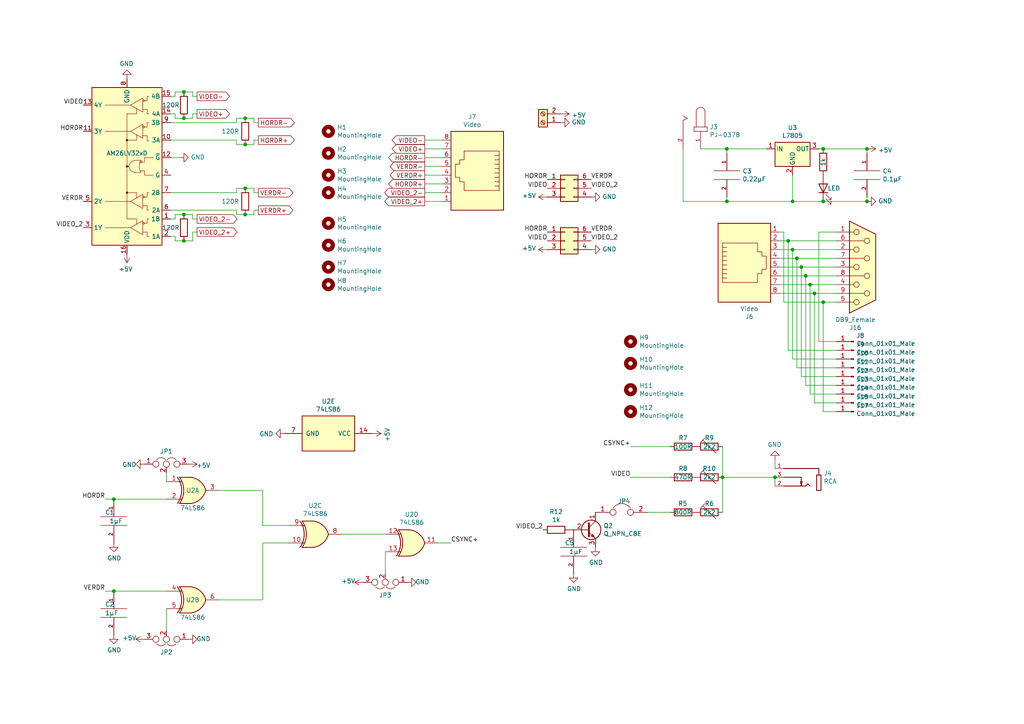
<source format=kicad_sch>
(kicad_sch (version 20231120) (generator "eeschema") (generator_version "8.0")
  (paper "A4")
  (lib_symbols
    (symbol "74xx:74LS86" (pin_names (offset 1.016))
      (property "Reference" "U" (at 0 1.27 0))
      (property "Value" "74LS86" (at 0 -1.27 0))
      (symbol "74LS86_1_0"
        (pin input line (at -7.62 2.54 0) (length 4.445) (name "~") (number "1"))
        (pin input line (at -7.62 -2.54 0) (length 4.445) (name "~") (number "2"))
        (pin output line (at 7.62 0 180) (length 3.81) (name "~") (number "3"))
      )
      (symbol "74LS86_2_0"
        (pin input line (at -7.62 2.54 0) (length 4.445) (name "~") (number "4"))
        (pin input line (at -7.62 -2.54 0) (length 4.445) (name "~") (number "5"))
        (pin output line (at 7.62 0 180) (length 3.81) (name "~") (number "6"))
      )
      (symbol "74LS86_3_0"
        (pin input line (at -7.62 -2.54 0) (length 4.445) (name "~") (number "10"))
        (pin output line (at 7.62 0 180) (length 3.81) (name "~") (number "8"))
        (pin input line (at -7.62 2.54 0) (length 4.445) (name "~") (number "9"))
      )
      (symbol "74LS86_4_0"
        (pin output line (at 7.62 0 180) (length 3.81) (name "~") (number "11"))
        (pin input line (at -7.62 2.54 0) (length 4.445) (name "~") (number "12"))
        (pin input line (at -7.62 -2.54 0) (length 4.445) (name "~") (number "13"))
      )
      (symbol "74LS86_5_0"
        (pin power_in line (at 0 12.7 270) (length 5.08) (name "VCC") (number "14"))
        (pin power_in line (at 0 -12.7 90) (length 5.08) (name "GND") (number "7"))
      )
    )
    (symbol "AWS_Composite_Adapter-rescue:+5V-power" (power) (pin_names (offset 0))
      (property "Value" "power_+5V" (at 0 3.556 0))
      (symbol "+5V-power_1_1"
        (pin power_in line (at 0 0 90) (length 0) hide (name "+5V") (number "1"))
      )
    )
    (symbol "AWS_Composite_Adapter-rescue:CAP-pspice" (pin_names (offset 0.254))
      (property "Reference" "C" (at 2.54 3.81 90))
      (property "Value" "pspice_CAP" (at 2.54 -3.81 90))
      (symbol "CAP-pspice_1_1"
        (pin passive line (at 0 6.35 270) (length 5.08) (name "~") (number "1"))
        (pin passive line (at 0 -6.35 90) (length 5.08) (name "~") (number "2"))
      )
    )
    (symbol "AWS_Composite_Adapter-rescue:Conn_01x01_Male-Connector" (pin_names (offset 1.016) hide)
      (property "Reference" "J" (at 0 2.54 0))
      (property "Value" "Connector_Conn_01x01_Male" (at 0 -2.54 0))
      (symbol "Conn_01x01_Male-Connector_1_1"
        (pin passive line (at 5.08 0 180) (length 3.81) (name "Pin_1") (number "1"))
      )
    )
    (symbol "AWS_Composite_Adapter-rescue:DB9_Female-Connector" (pin_names (offset 1.016) hide)
      (property "Reference" "J" (at 0 13.97 0))
      (property "Value" "Connector_DB9_Female" (at 0 -14.605 0))
      (symbol "DB9_Female-Connector_1_1"
        (pin passive line (at -7.62 10.16 0) (length 3.81) (name "1") (number "1"))
        (pin passive line (at -7.62 5.08 0) (length 3.81) (name "2") (number "2"))
        (pin passive line (at -7.62 0 0) (length 3.81) (name "3") (number "3"))
        (pin passive line (at -7.62 -5.08 0) (length 3.81) (name "4") (number "4"))
        (pin passive line (at -7.62 -10.16 0) (length 3.81) (name "5") (number "5"))
        (pin passive line (at -7.62 7.62 0) (length 3.81) (name "6") (number "6"))
        (pin passive line (at -7.62 2.54 0) (length 3.81) (name "7") (number "7"))
        (pin passive line (at -7.62 -2.54 0) (length 3.81) (name "8") (number "8"))
        (pin passive line (at -7.62 -7.62 0) (length 3.81) (name "9") (number "9"))
      )
    )
    (symbol "AWS_Composite_Adapter-rescue:GND-power" (power) (pin_names (offset 0))
      (property "Value" "power_GND" (at 0 -3.81 0))
      (symbol "GND-power_1_1"
        (pin power_in line (at 0 0 270) (length 0) hide (name "GND") (number "1"))
      )
    )
    (symbol "AWS_Composite_Adapter-rescue:Jumper-Device" (pin_names (offset 0.762) hide)
      (property "Reference" "JP" (at 0 3.81 0))
      (property "Value" "Device_Jumper" (at 0 -2.032 0))
      (symbol "Jumper-Device_0_1"
        (pin passive line (at -7.62 0 0) (length 4.191) (name "1") (number "1"))
        (pin passive line (at 7.62 0 180) (length 4.191) (name "2") (number "2"))
      )
    )
    (symbol "AWS_Composite_Adapter-rescue:Jumper_NC_Dual-Device" (pin_names (offset 0.762) hide)
      (property "Reference" "JP" (at 1.27 -2.54 0))
      (property "Value" "Device_Jumper_NC_Dual" (at 0 2.54 0))
      (symbol "Jumper_NC_Dual-Device_0_1"
        (pin passive line (at -6.35 0 0) (length 2.413) (name "1") (number "1"))
        (pin passive line (at 0 -2.54 90) (length 1.524) (name "2") (number "2"))
        (pin passive line (at 6.35 0 180) (length 2.413) (name "3") (number "3"))
      )
    )
    (symbol "AWS_Composite_Adapter-rescue:RTRIM-Device" (pin_numbers hide) (pin_names (offset 0))
      (property "Reference" "R" (at 2.54 -2.54 90))
      (property "Value" "Device_RTRIM" (at -2.54 -0.635 90))
      (symbol "RTRIM-Device_1_1"
        (pin passive line (at 0 3.81 270) (length 1.27) (name "~") (number "1"))
        (pin passive line (at 0 -3.81 90) (length 1.27) (name "~") (number "2"))
      )
    )
    (symbol "Connector:RJ45" (pin_names (offset 1.016))
      (property "Reference" "J" (at -5.08 13.97 0))
      (property "Value" "RJ45" (at 2.54 13.97 0))
      (symbol "RJ45_1_1"
        (pin passive line (at 10.16 -7.62 180) (length 2.54) (name "~") (number "1"))
        (pin passive line (at 10.16 -5.08 180) (length 2.54) (name "~") (number "2"))
        (pin passive line (at 10.16 -2.54 180) (length 2.54) (name "~") (number "3"))
        (pin passive line (at 10.16 0 180) (length 2.54) (name "~") (number "4"))
        (pin passive line (at 10.16 2.54 180) (length 2.54) (name "~") (number "5"))
        (pin passive line (at 10.16 5.08 180) (length 2.54) (name "~") (number "6"))
        (pin passive line (at 10.16 7.62 180) (length 2.54) (name "~") (number "7"))
        (pin passive line (at 10.16 10.16 180) (length 2.54) (name "~") (number "8"))
      )
    )
    (symbol "Connector:Screw_Terminal_01x02" (pin_names (offset 1.016) hide)
      (property "Reference" "J" (at 0 2.54 0))
      (property "Value" "Screw_Terminal_01x02" (at 0 -5.08 0))
      (symbol "Screw_Terminal_01x02_1_1"
        (pin passive line (at -5.08 0 0) (length 3.81) (name "Pin_1") (number "1"))
        (pin passive line (at -5.08 -2.54 0) (length 3.81) (name "Pin_2") (number "2"))
      )
    )
    (symbol "Connector_Generic:Conn_02x03_Counter_Clockwise" (pin_names (offset 1.016) hide)
      (property "Reference" "J" (at 1.27 5.08 0))
      (property "Value" "Conn_02x03_Counter_Clockwise" (at 1.27 -5.08 0))
      (symbol "Conn_02x03_Counter_Clockwise_1_1"
        (pin passive line (at -5.08 2.54 0) (length 3.81) (name "Pin_1") (number "1"))
        (pin passive line (at -5.08 0 0) (length 3.81) (name "Pin_2") (number "2"))
        (pin passive line (at -5.08 -2.54 0) (length 3.81) (name "Pin_3") (number "3"))
        (pin passive line (at 7.62 -2.54 180) (length 3.81) (name "Pin_4") (number "4"))
        (pin passive line (at 7.62 0 180) (length 3.81) (name "Pin_5") (number "5"))
        (pin passive line (at 7.62 2.54 180) (length 3.81) (name "Pin_6") (number "6"))
      )
    )
    (symbol "DC_JACK_PJ-037B.:PJ-037B" (pin_names (offset 1.016) hide)
      (property "Reference" "J" (at -7.62 5.08 0))
      (property "Value" "PJ-037B" (at -7.62 -5.08 0))
      (symbol "PJ-037B_0_0"
        (pin passive line (at 5.08 2.54 180) (length 5.08) (name "~") (number "1"))
        (pin passive line (at 5.08 -2.54 180) (length 5.08) (name "~") (number "2"))
      )
    )
    (symbol "Device:LED" (pin_numbers hide) (pin_names (offset 1.016) hide)
      (property "Reference" "D" (at 0 2.54 0))
      (property "Value" "LED" (at 0 -2.54 0))
      (symbol "LED_1_1"
        (pin passive line (at -3.81 0 0) (length 2.54) (name "K") (number "1"))
        (pin passive line (at 3.81 0 180) (length 2.54) (name "A") (number "2"))
      )
    )
    (symbol "Device:Q_NPN_CBE" (pin_names (offset 0) hide)
      (property "Reference" "Q" (at 5.08 1.27 0))
      (property "Value" "Q_NPN_CBE" (at 5.08 -1.27 0))
      (symbol "Q_NPN_CBE_1_1"
        (pin passive line (at 2.54 5.08 270) (length 2.54) (name "C") (number "1"))
        (pin input line (at -5.08 0 0) (length 5.715) (name "B") (number "2"))
        (pin passive line (at 2.54 -5.08 90) (length 2.54) (name "E") (number "3"))
      )
    )
    (symbol "Device:R" (pin_numbers hide) (pin_names (offset 0))
      (property "Reference" "R" (at 2.032 0 90))
      (property "Value" "R" (at 0 0 90))
      (symbol "R_1_1"
        (pin passive line (at 0 3.81 270) (length 1.27) (name "~") (number "1"))
        (pin passive line (at 0 -3.81 90) (length 1.27) (name "~") (number "2"))
      )
    )
    (symbol "Interface:AM26LV32xD"
      (property "Reference" "U" (at -8.89 24.13 0))
      (property "Value" "AM26LV32xD" (at 10.16 24.13 0))
      (symbol "AM26LV32xD_1_1"
        (pin input line (at -12.7 15.24 0) (length 2.54) (name "1B") (number "1"))
        (pin input line (at -12.7 -7.62 0) (length 2.54) (name "3A") (number "10"))
        (pin tri_state line (at 12.7 -10.16 180) (length 2.54) (name "3Y") (number "11"))
        (pin input line (at -12.7 -2.54 0) (length 2.54) (name "~{G}") (number "12"))
        (pin tri_state line (at 12.7 -17.78 180) (length 2.54) (name "4Y") (number "13"))
        (pin input line (at -12.7 -15.24 0) (length 2.54) (name "4A") (number "14"))
        (pin input line (at -12.7 -20.32 0) (length 2.54) (name "4B") (number "15"))
        (pin power_in line (at 0 25.4 270) (length 2.54) (name "VDD") (number "16"))
        (pin input line (at -12.7 20.32 0) (length 2.54) (name "1A") (number "2"))
        (pin tri_state line (at 12.7 17.78 180) (length 2.54) (name "1Y") (number "3"))
        (pin input line (at -12.7 2.54 0) (length 2.54) (name "G") (number "4"))
        (pin tri_state line (at 12.7 10.16 180) (length 2.54) (name "2Y") (number "5"))
        (pin input line (at -12.7 12.7 0) (length 2.54) (name "2A") (number "6"))
        (pin input line (at -12.7 7.62 0) (length 2.54) (name "2B") (number "7"))
        (pin power_in line (at 0 -25.4 90) (length 2.54) (name "GND") (number "8"))
        (pin input line (at -12.7 -12.7 0) (length 2.54) (name "3B") (number "9"))
      )
    )
    (symbol "Mechanical:MountingHole" (pin_names (offset 1.016)) (exclude_from_sim yes) (in_bom no)
      (property "Reference" "H" (at 0 5.08 0))
      (property "Value" "MountingHole" (at 0 3.175 0))
    )
    (symbol "RCA_Jack:PJRAN1X1U04X" (pin_names (offset 1.016) hide)
      (property "Reference" "J" (at -5.08 5.08 0))
      (property "Value" "PJRAN1X1U04X" (at -5.08 -6.35 0))
      (symbol "PJRAN1X1U04X_0_0"
        (pin passive line (at 7.62 -2.54 180) (length 2.54) (name "~") (number "1"))
        (pin passive line (at 7.62 2.54 180) (length 2.54) (name "~") (number "2"))
        (pin passive line (at 7.62 0 180) (length 2.54) (name "~") (number "3"))
      )
    )
    (symbol "Regulator_Linear:L7805" (pin_names (offset 0.254))
      (property "Reference" "U" (at -3.81 3.175 0))
      (property "Value" "L7805" (at 0 3.175 0))
      (symbol "L7805_1_1"
        (pin power_in line (at -7.62 0 0) (length 2.54) (name "IN") (number "1"))
        (pin power_in line (at 0 -7.62 90) (length 2.54) (name "GND") (number "2"))
        (pin power_out line (at 7.62 0 180) (length 2.54) (name "OUT") (number "3"))
      )
    )
  )
  (junction (at 238.76 58.42))
  (junction (at 233.68 80.01))
  (junction (at 53.34 62.23))
  (junction (at 71.12 41.91))
  (junction (at 33.02 144.78))
  (junction (at 210.82 43.18))
  (junction (at 228.6 69.85))
  (junction (at 236.22 85.09))
  (junction (at 224.79 138.43))
  (junction (at 251.46 43.18))
  (junction (at 71.12 34.29))
  (junction (at 71.12 54.61))
  (junction (at 71.12 62.23))
  (junction (at 238.76 43.18))
  (junction (at 209.55 138.43))
  (junction (at 234.95 82.55))
  (junction (at 231.14 74.93))
  (junction (at 53.34 26.67))
  (junction (at 53.34 34.29))
  (junction (at 229.87 72.39))
  (junction (at 229.87 58.42))
  (junction (at 33.02 171.45))
  (junction (at 210.82 58.42))
  (junction (at 53.34 69.85))
  (junction (at 251.46 58.42))
  (junction (at 232.41 77.47))
  (junction (at 238.76 87.63))
  (wire (pts (xy 48.26 137.16) (xy 48.26 139.7)))
  (wire (pts (xy 53.34 62.23) (xy 55.88 62.23)))
  (wire (pts (xy 236.22 85.09) (xy 236.22 116.84)))
  (wire (pts (xy 55.88 67.31) (xy 57.15 67.31)))
  (wire (pts (xy 229.87 104.14) (xy 242.57 104.14)))
  (wire (pts (xy 30.48 144.78) (xy 33.02 144.78)))
  (wire (pts (xy 55.88 63.5) (xy 57.15 63.5)))
  (wire (pts (xy 234.95 82.55) (xy 234.95 114.3)))
  (wire (pts (xy 33.02 171.45) (xy 48.26 171.45)))
  (wire (pts (xy 33.02 144.78) (xy 48.26 144.78)))
  (wire (pts (xy 73.66 41.91) (xy 73.66 40.64)))
  (wire (pts (xy 68.58 40.64) (xy 68.58 41.91)))
  (wire (pts (xy 50.8 68.58) (xy 50.8 69.85)))
  (wire (pts (xy 55.88 62.23) (xy 55.88 63.5)))
  (wire (pts (xy 128.27 45.72) (xy 123.19 45.72)))
  (wire (pts (xy 99.06 154.94) (xy 111.76 154.94)))
  (wire (pts (xy 68.58 54.61) (xy 71.12 54.61)))
  (wire (pts (xy 242.57 99.06) (xy 237.49 99.06)))
  (wire (pts (xy 68.58 34.29) (xy 71.12 34.29)))
  (wire (pts (xy 49.53 68.58) (xy 50.8 68.58)))
  (wire (pts (xy 73.66 55.88) (xy 74.93 55.88)))
  (wire (pts (xy 53.34 34.29) (xy 55.88 34.29)))
  (wire (pts (xy 30.48 171.45) (xy 33.02 171.45)))
  (wire (pts (xy 231.14 74.93) (xy 231.14 106.68)))
  (wire (pts (xy 71.12 54.61) (xy 73.66 54.61)))
  (wire (pts (xy 128.27 53.34) (xy 123.19 53.34)))
  (wire (pts (xy 226.06 72.39) (xy 229.87 72.39)))
  (wire (pts (xy 238.76 43.18) (xy 251.46 43.18)))
  (wire (pts (xy 231.14 106.68) (xy 242.57 106.68)))
  (wire (pts (xy 128.27 50.8) (xy 123.19 50.8)))
  (wire (pts (xy 182.88 138.43) (xy 194.31 138.43)))
  (wire (pts (xy 233.68 80.01) (xy 233.68 111.76)))
  (wire (pts (xy 229.87 72.39) (xy 229.87 104.14)))
  (wire (pts (xy 251.46 43.18) (xy 251.46 44.45)))
  (wire (pts (xy 209.55 138.43) (xy 209.55 129.54)))
  (wire (pts (xy 226.06 80.01) (xy 233.68 80.01)))
  (wire (pts (xy 50.8 63.5) (xy 50.8 62.23)))
  (wire (pts (xy 49.53 63.5) (xy 50.8 63.5)))
  (wire (pts (xy 210.82 57.15) (xy 210.82 58.42)))
  (wire (pts (xy 194.31 148.59) (xy 187.96 148.59)))
  (wire (pts (xy 229.87 58.42) (xy 238.76 58.42)))
  (wire (pts (xy 238.76 119.38) (xy 242.57 119.38)))
  (wire (pts (xy 210.82 43.18) (xy 210.82 44.45)))
  (wire (pts (xy 237.49 43.18) (xy 238.76 43.18)))
  (wire (pts (xy 76.2 173.99) (xy 76.2 157.48)))
  (wire (pts (xy 50.8 26.67) (xy 53.34 26.67)))
  (wire (pts (xy 55.88 26.67) (xy 55.88 27.94)))
  (wire (pts (xy 229.87 50.8) (xy 229.87 58.42)))
  (wire (pts (xy 227.33 87.63) (xy 238.76 87.63)))
  (wire (pts (xy 128.27 55.88) (xy 123.19 55.88)))
  (wire (pts (xy 224.79 133.35) (xy 224.79 135.89)))
  (wire (pts (xy 251.46 58.42) (xy 251.46 57.15)))
  (wire (pts (xy 50.8 33.02) (xy 50.8 34.29)))
  (wire (pts (xy 236.22 85.09) (xy 242.57 85.09)))
  (wire (pts (xy 71.12 62.23) (xy 73.66 62.23)))
  (wire (pts (xy 68.58 55.88) (xy 68.58 54.61)))
  (wire (pts (xy 68.58 35.56) (xy 68.58 34.29)))
  (wire (pts (xy 238.76 87.63) (xy 238.76 119.38)))
  (wire (pts (xy 50.8 34.29) (xy 53.34 34.29)))
  (wire (pts (xy 238.76 58.42) (xy 251.46 58.42)))
  (wire (pts (xy 53.34 26.67) (xy 55.88 26.67)))
  (wire (pts (xy 76.2 142.24) (xy 76.2 152.4)))
  (wire (pts (xy 73.66 34.29) (xy 73.66 35.56)))
  (wire (pts (xy 127 157.48) (xy 130.81 157.48)))
  (wire (pts (xy 49.53 40.64) (xy 68.58 40.64)))
  (wire (pts (xy 71.12 34.29) (xy 73.66 34.29)))
  (wire (pts (xy 128.27 40.64) (xy 123.19 40.64)))
  (wire (pts (xy 228.6 101.6) (xy 242.57 101.6)))
  (wire (pts (xy 73.66 62.23) (xy 73.66 60.96)))
  (wire (pts (xy 203.2 43.18) (xy 210.82 43.18)))
  (wire (pts (xy 63.5 142.24) (xy 76.2 142.24)))
  (wire (pts (xy 232.41 109.22) (xy 242.57 109.22)))
  (wire (pts (xy 49.53 27.94) (xy 50.8 27.94)))
  (wire (pts (xy 226.06 82.55) (xy 234.95 82.55)))
  (wire (pts (xy 209.55 138.43) (xy 224.79 138.43)))
  (wire (pts (xy 48.26 176.53) (xy 48.26 182.88)))
  (wire (pts (xy 71.12 41.91) (xy 73.66 41.91)))
  (wire (pts (xy 198.12 43.18) (xy 198.12 58.42)))
  (wire (pts (xy 63.5 173.99) (xy 76.2 173.99)))
  (wire (pts (xy 73.66 35.56) (xy 74.93 35.56)))
  (wire (pts (xy 227.33 67.31) (xy 227.33 87.63)))
  (wire (pts (xy 53.34 69.85) (xy 55.88 69.85)))
  (wire (pts (xy 49.53 60.96) (xy 68.58 60.96)))
  (wire (pts (xy 55.88 33.02) (xy 57.15 33.02)))
  (wire (pts (xy 209.55 138.43) (xy 209.55 148.59)))
  (wire (pts (xy 55.88 34.29) (xy 55.88 33.02)))
  (wire (pts (xy 237.49 67.31) (xy 242.57 67.31)))
  (wire (pts (xy 73.66 40.64) (xy 74.93 40.64)))
  (wire (pts (xy 55.88 69.85) (xy 55.88 67.31)))
  (wire (pts (xy 49.53 33.02) (xy 50.8 33.02)))
  (wire (pts (xy 232.41 77.47) (xy 232.41 109.22)))
  (wire (pts (xy 210.82 43.18) (xy 222.25 43.18)))
  (wire (pts (xy 49.53 55.88) (xy 68.58 55.88)))
  (wire (pts (xy 194.31 129.54) (xy 182.88 129.54)))
  (wire (pts (xy 49.53 35.56) (xy 68.58 35.56)))
  (wire (pts (xy 226.06 67.31) (xy 227.33 67.31)))
  (wire (pts (xy 128.27 58.42) (xy 123.19 58.42)))
  (wire (pts (xy 228.6 69.85) (xy 242.57 69.85)))
  (wire (pts (xy 226.06 74.93) (xy 231.14 74.93)))
  (wire (pts (xy 234.95 114.3) (xy 242.57 114.3)))
  (wire (pts (xy 210.82 58.42) (xy 229.87 58.42)))
  (wire (pts (xy 55.88 27.94) (xy 57.15 27.94)))
  (wire (pts (xy 226.06 69.85) (xy 228.6 69.85)))
  (wire (pts (xy 128.27 43.18) (xy 123.19 43.18)))
  (wire (pts (xy 68.58 41.91) (xy 71.12 41.91)))
  (wire (pts (xy 128.27 48.26) (xy 123.19 48.26)))
  (wire (pts (xy 232.41 77.47) (xy 242.57 77.47)))
  (wire (pts (xy 68.58 60.96) (xy 68.58 62.23)))
  (wire (pts (xy 233.68 80.01) (xy 242.57 80.01)))
  (wire (pts (xy 76.2 152.4) (xy 83.82 152.4)))
  (wire (pts (xy 233.68 111.76) (xy 242.57 111.76)))
  (wire (pts (xy 52.07 45.72) (xy 49.53 45.72)))
  (wire (pts (xy 238.76 87.63) (xy 242.57 87.63)))
  (wire (pts (xy 76.2 157.48) (xy 83.82 157.48)))
  (wire (pts (xy 50.8 62.23) (xy 53.34 62.23)))
  (wire (pts (xy 237.49 99.06) (xy 237.49 67.31)))
  (wire (pts (xy 231.14 74.93) (xy 242.57 74.93)))
  (wire (pts (xy 73.66 54.61) (xy 73.66 55.88)))
  (wire (pts (xy 228.6 69.85) (xy 228.6 101.6)))
  (wire (pts (xy 234.95 82.55) (xy 242.57 82.55)))
  (wire (pts (xy 50.8 69.85) (xy 53.34 69.85)))
  (wire (pts (xy 236.22 116.84) (xy 242.57 116.84)))
  (wire (pts (xy 111.76 160.02) (xy 111.76 166.37)))
  (wire (pts (xy 226.06 85.09) (xy 236.22 85.09)))
  (wire (pts (xy 198.12 58.42) (xy 210.82 58.42)))
  (wire (pts (xy 68.58 62.23) (xy 71.12 62.23)))
  (wire (pts (xy 50.8 27.94) (xy 50.8 26.67)))
  (wire (pts (xy 229.87 72.39) (xy 242.57 72.39)))
  (wire (pts (xy 73.66 60.96) (xy 74.93 60.96)))
  (wire (pts (xy 226.06 77.47) (xy 232.41 77.47)))
  (wire (pts (xy 224.79 138.43) (xy 224.79 140.97)))
  (label "VIDEO_2" (at 157.48 153.67 180))
  (label "VIDEO" (at 158.75 54.61 180))
  (label "VERDR" (at 24.13 58.42 180))
  (label "VIDEO" (at 158.75 69.85 180))
  (label "VIDEO_2" (at 171.45 54.61 0))
  (label "VERDR" (at 171.45 52.07 0))
  (label "VIDEO" (at 24.13 30.48 180))
  (label "HORDR" (at 24.13 38.1 180))
  (label "HORDR" (at 30.48 144.78 180))
  (label "VIDEO_2" (at 171.45 69.85 0))
  (label "CSYNC+" (at 182.88 129.54 180))
  (label "CSYNC+" (at 130.81 157.48 0))
  (label "VERDR" (at 171.45 67.31 0))
  (label "VERDR" (at 30.48 171.45 180))
  (label "VIDEO_2" (at 24.13 66.04 180))
  (label "HORDR" (at 158.75 52.07 180))
  (label "VIDEO" (at 182.88 138.43 180))
  (label "HORDR" (at 158.75 67.31 180))
  (global_label "VERDR-" (shape output) (at 74.93 55.88 0) (property "Intersheetrefs" "${INTERSHEET_REFS}" (effects (hide yes))))
  (global_label "HORDR+" (shape output) (at 123.19 53.34 180) (property "Intersheetrefs" "${INTERSHEET_REFS}" (effects (hide yes))))
  (global_label "VIDEO-" (shape output) (at 123.19 40.64 180) (property "Intersheetrefs" "${INTERSHEET_REFS}" (effects (hide yes))))
  (global_label "HORDR-" (shape output) (at 123.19 45.72 180) (property "Intersheetrefs" "${INTERSHEET_REFS}" (effects (hide yes))))
  (global_label "VIDEO_2-" (shape output) (at 57.15 63.5 0) (property "Intersheetrefs" "${INTERSHEET_REFS}" (effects (hide yes))))
  (global_label "VIDEO-" (shape output) (at 57.15 27.94 0) (property "Intersheetrefs" "${INTERSHEET_REFS}" (effects (hide yes))))
  (global_label "HORDR+" (shape output) (at 74.93 40.64 0) (property "Intersheetrefs" "${INTERSHEET_REFS}" (effects (hide yes))))
  (global_label "VIDEO+" (shape output) (at 57.15 33.02 0) (property "Intersheetrefs" "${INTERSHEET_REFS}" (effects (hide yes))))
  (global_label "VERDR+" (shape output) (at 123.19 50.8 180) (property "Intersheetrefs" "${INTERSHEET_REFS}" (effects (hide yes))))
  (global_label "VERDR+" (shape output) (at 74.93 60.96 0) (property "Intersheetrefs" "${INTERSHEET_REFS}" (effects (hide yes))))
  (global_label "VIDEO_2+" (shape output) (at 57.15 67.31 0) (property "Intersheetrefs" "${INTERSHEET_REFS}" (effects (hide yes))))
  (global_label "VIDEO+" (shape output) (at 123.19 43.18 180) (property "Intersheetrefs" "${INTERSHEET_REFS}" (effects (hide yes))))
  (global_label "VERDR-" (shape output) (at 123.19 48.26 180) (property "Intersheetrefs" "${INTERSHEET_REFS}" (effects (hide yes))))
  (global_label "VIDEO_2+" (shape output) (at 123.19 58.42 180) (property "Intersheetrefs" "${INTERSHEET_REFS}" (effects (hide yes))))
  (global_label "VIDEO_2-" (shape output) (at 123.19 55.88 180) (property "Intersheetrefs" "${INTERSHEET_REFS}" (effects (hide yes))))
  (global_label "HORDR-" (shape output) (at 74.93 35.56 0) (property "Intersheetrefs" "${INTERSHEET_REFS}" (effects (hide yes))))
  (symbol (lib_id "Mechanical:MountingHole") (at 95.25 38.1 0) (unit 1)
    (property "Reference" "H1" (at 97.79 36.9316 0) (effects (justify left)))
    (property "Value" "MountingHole" (at 97.79 39.243 0) (effects (justify left)))
    (property "Footprint" "MountingHole:MountingHole_3.2mm_M3" (effects (hide yes)))
  )
  (symbol (lib_id "Mechanical:MountingHole") (at 95.25 44.45 0) (unit 1)
    (property "Reference" "H2" (at 97.79 43.2816 0) (effects (justify left)))
    (property "Value" "MountingHole" (at 97.79 45.593 0) (effects (justify left)))
    (property "Footprint" "MountingHole:MountingHole_3.2mm_M3" (effects (hide yes)))
  )
  (symbol (lib_id "Mechanical:MountingHole") (at 95.25 50.8 0) (unit 1)
    (property "Reference" "H3" (at 97.79 49.6316 0) (effects (justify left)))
    (property "Value" "MountingHole" (at 97.79 51.943 0) (effects (justify left)))
    (property "Footprint" "MountingHole:MountingHole_3.2mm_M3" (effects (hide yes)))
  )
  (symbol (lib_id "Mechanical:MountingHole") (at 95.25 55.88 0) (unit 1)
    (property "Reference" "H4" (at 97.79 54.7116 0) (effects (justify left)))
    (property "Value" "MountingHole" (at 97.79 57.023 0) (effects (justify left)))
    (property "Footprint" "MountingHole:MountingHole_3.2mm_M3" (effects (hide yes)))
  )
  (symbol (lib_id "74xx:74LS86") (at 55.88 142.24 0) (unit 1)
    (property "Reference" "U2" (at 55.88 142.24 0))
    (property "Value" "74LS86" (at 55.88 147.32 0))
    (property "Footprint" "Package_DIP:DIP-14_W7.62mm_LongPads" (effects (hide yes)))
    (property "Datasheet" "74xx/74ls86.pdf" (effects (hide yes)))
  )
  (symbol (lib_id "74xx:74LS86") (at 55.88 173.99 0) (unit 2)
    (property "Reference" "U2" (at 55.88 173.99 0))
    (property "Value" "74LS86" (at 55.88 179.07 0))
    (property "Footprint" "Package_DIP:DIP-14_W7.62mm_LongPads" (effects (hide yes)))
    (property "Datasheet" "74xx/74ls86.pdf" (effects (hide yes)))
  )
  (symbol (lib_id "74xx:74LS86") (at 91.44 154.94 0) (unit 3)
    (property "Reference" "U2" (at 91.44 146.685 0))
    (property "Value" "74LS86" (at 91.44 148.9964 0))
    (property "Footprint" "Package_DIP:DIP-14_W7.62mm_LongPads" (effects (hide yes)))
    (property "Datasheet" "74xx/74ls86.pdf" (effects (hide yes)))
  )
  (symbol (lib_id "74xx:74LS86") (at 119.38 157.48 0) (unit 4)
    (property "Reference" "U2" (at 119.38 149.225 0))
    (property "Value" "74LS86" (at 119.38 151.5364 0))
    (property "Footprint" "Package_DIP:DIP-14_W7.62mm_LongPads" (effects (hide yes)))
    (property "Datasheet" "74xx/74ls86.pdf" (effects (hide yes)))
  )
  (symbol (lib_id "74xx:74LS86") (at 95.25 125.73 270) (unit 5)
    (property "Reference" "U2" (at 95.25 116.4082 90))
    (property "Value" "74LS86" (at 95.25 118.7196 90))
    (property "Footprint" "Package_DIP:DIP-14_W7.62mm_LongPads" (effects (hide yes)))
    (property "Datasheet" "74xx/74ls86.pdf" (effects (hide yes)))
  )
  (symbol (lib_id "AWS_Composite_Adapter-rescue:CAP-pspice") (at 33.02 151.13 0) (unit 1)
    (property "Reference" "C1" (at 30.48 148.59 0) (effects (justify left)))
    (property "Value" "1µF" (at 31.75 151.13 0) (effects (justify left)))
    (property "Footprint" "Capacitor_THT:C_Disc_D3.0mm_W1.6mm_P2.50mm" (effects (hide yes)))
  )
  (symbol (lib_id "AWS_Composite_Adapter-rescue:GND-power") (at 33.02 157.48 0) (unit 1)
    (property "Reference" "#PWR0108" (effects (hide yes)))
    (property "Value" "GND" (at 33.147 161.8742 0))
  )
  (symbol (lib_id "Interface:AM26LV32xD") (at 36.83 48.26 180) (unit 1)
    (property "Reference" "U1" (effects (hide yes)))
    (property "Value" "AM26LV32xD" (at 36.83 44.45 0))
    (property "Footprint" "Package_DIP:DIP-16_W7.62mm_LongPads" (effects (hide yes)))
    (property "Datasheet" "http://www.ti.com/lit/ds/symlink/am26lv32.pdf" (effects (hide yes)))
  )
  (symbol (lib_id "Device:R") (at 53.34 66.04 180) (unit 1)
    (property "Reference" "R2" (effects (hide yes)))
    (property "Value" "120R" (at 52.07 66.04 0) (effects (justify left)))
    (property "Footprint" "Resistor_THT:R_Axial_DIN0204_L3.6mm_D1.6mm_P7.62mm_Horizontal" (effects (hide yes)))
  )
  (symbol (lib_id "Device:R") (at 71.12 58.42 180) (unit 1)
    (property "Reference" "R4" (effects (hide yes)))
    (property "Value" "120R" (at 69.342 58.42 0) (effects (justify left)))
    (property "Footprint" "Resistor_THT:R_Axial_DIN0204_L3.6mm_D1.6mm_P7.62mm_Horizontal" (effects (hide yes)))
  )
  (symbol (lib_id "Device:R") (at 71.12 38.1 180) (unit 1)
    (property "Reference" "R3" (effects (hide yes)))
    (property "Value" "120R" (at 69.342 38.1 0) (effects (justify left)))
    (property "Footprint" "Resistor_THT:R_Axial_DIN0204_L3.6mm_D1.6mm_P7.62mm_Horizontal" (effects (hide yes)))
  )
  (symbol (lib_id "Device:R") (at 53.34 30.48 180) (unit 1)
    (property "Reference" "R1" (effects (hide yes)))
    (property "Value" "120R" (at 52.07 30.48 0) (effects (justify left)))
    (property "Footprint" "Resistor_THT:R_Axial_DIN0204_L3.6mm_D1.6mm_P7.62mm_Horizontal" (effects (hide yes)))
  )
  (symbol (lib_id "Mechanical:MountingHole") (at 95.25 64.77 0) (unit 1)
    (property "Reference" "H5" (at 97.79 63.6016 0) (effects (justify left)))
    (property "Value" "MountingHole" (at 97.79 65.913 0) (effects (justify left)))
    (property "Footprint" "MountingHole:MountingHole_3.2mm_M3" (effects (hide yes)))
  )
  (symbol (lib_id "Mechanical:MountingHole") (at 95.25 71.12 0) (unit 1)
    (property "Reference" "H6" (at 97.79 69.9516 0) (effects (justify left)))
    (property "Value" "MountingHole" (at 97.79 72.263 0) (effects (justify left)))
    (property "Footprint" "MountingHole:MountingHole_3.2mm_M3" (effects (hide yes)))
  )
  (symbol (lib_id "Mechanical:MountingHole") (at 95.25 77.47 0) (unit 1)
    (property "Reference" "H7" (at 97.79 76.3016 0) (effects (justify left)))
    (property "Value" "MountingHole" (at 97.79 78.613 0) (effects (justify left)))
    (property "Footprint" "MountingHole:MountingHole_3.2mm_M3" (effects (hide yes)))
  )
  (symbol (lib_id "Mechanical:MountingHole") (at 95.25 82.55 0) (unit 1)
    (property "Reference" "H8" (at 97.79 81.3816 0) (effects (justify left)))
    (property "Value" "MountingHole" (at 97.79 83.693 0) (effects (justify left)))
    (property "Footprint" "MountingHole:MountingHole_3.2mm_M3" (effects (hide yes)))
  )
  (symbol (lib_id "AWS_Composite_Adapter-rescue:CAP-pspice") (at 33.02 177.8 0) (unit 1)
    (property "Reference" "C2" (at 30.48 175.26 0) (effects (justify left)))
    (property "Value" "1µF" (at 30.48 177.8 0) (effects (justify left)))
    (property "Footprint" "Capacitor_THT:C_Disc_D3.0mm_W1.6mm_P2.50mm" (effects (hide yes)))
  )
  (symbol (lib_id "AWS_Composite_Adapter-rescue:GND-power") (at 33.02 184.15 0) (unit 1)
    (property "Reference" "#PWR0109" (effects (hide yes)))
    (property "Value" "GND" (at 33.147 188.5442 0))
  )
  (symbol (lib_id "Device:R") (at 238.76 46.99 0) (unit 1)
    (property "Reference" "R11" (effects (hide yes)))
    (property "Value" "1k" (at 238.76 48.26 90) (effects (justify left)))
    (property "Footprint" "Resistor_THT:R_Axial_DIN0204_L3.6mm_D1.6mm_P7.62mm_Horizontal" (effects (hide yes)))
  )
  (symbol (lib_id "Device:LED") (at 238.76 54.61 90) (unit 1)
    (property "Reference" "D1" (effects (hide yes)))
    (property "Value" "LED" (at 240.03 54.61 90) (effects (justify right)))
    (property "Footprint" "LED_THT:LED_D3.0mm" (effects (hide yes)))
  )
  (symbol (lib_id "AWS_Composite_Adapter-rescue:GND-power") (at 118.11 168.91 90) (unit 1)
    (property "Reference" "#PWR0112" (effects (hide yes)))
    (property "Value" "GND" (at 122.5042 168.783 90))
  )
  (symbol (lib_id "AWS_Composite_Adapter-rescue:+5V-power") (at 105.41 168.91 90) (unit 1)
    (property "Reference" "#PWR0113" (effects (hide yes)))
    (property "Value" "+5V" (at 101.0158 168.529 90))
  )
  (symbol (lib_id "AWS_Composite_Adapter-rescue:GND-power") (at 82.55 125.73 270) (unit 1)
    (property "Reference" "#PWR0110" (effects (hide yes)))
    (property "Value" "GND" (at 79.2988 125.857 90) (effects (justify right)))
  )
  (symbol (lib_id "AWS_Composite_Adapter-rescue:+5V-power") (at 107.95 125.73 270) (unit 1)
    (property "Reference" "#PWR0111" (effects (hide yes)))
    (property "Value" "+5V" (at 112.3442 126.111 0))
  )
  (symbol (lib_id "AWS_Composite_Adapter-rescue:GND-power") (at 52.07 45.72 90) (unit 1)
    (property "Reference" "#PWR0101" (effects (hide yes)))
    (property "Value" "GND" (at 55.3212 45.593 90) (effects (justify right)))
  )
  (symbol (lib_id "Connector:Screw_Terminal_01x02") (at 157.48 35.56 180) (unit 1)
    (property "Reference" "J1" (effects (hide yes)))
    (property "Value" "Screw_Terminal_01x02" (effects (hide yes)))
    (property "Footprint" "TerminalBlock_MetzConnect:TerminalBlock_MetzConnect_Type171_RT13702HBWC_1x02_P7.50mm_Horizontal" (effects (hide yes)))
  )
  (symbol (lib_id "Device:R") (at 198.12 129.54 270) (unit 1)
    (property "Reference" "R7" (at 198.12 127 90))
    (property "Value" "100R" (at 198.12 129.54 90))
    (property "Footprint" "Resistor_THT:R_Axial_DIN0204_L3.6mm_D1.6mm_P7.62mm_Horizontal" (effects (hide yes)))
  )
  (symbol (lib_id "AWS_Composite_Adapter-rescue:RTRIM-Device") (at 205.74 129.54 90) (unit 1)
    (property "Reference" "R9" (at 205.74 127 90))
    (property "Value" "2k2" (at 205.74 129.54 90))
    (property "Footprint" "Potentiometer_THT:Potentiometer_Piher_PT-10-V10_Vertical" (effects (hide yes)))
  )
  (symbol (lib_id "AWS_Composite_Adapter-rescue:GND-power") (at 162.56 35.56 90) (unit 1)
    (property "Reference" "#PWR0102" (effects (hide yes)))
    (property "Value" "GND" (at 165.8112 35.433 90) (effects (justify right)))
  )
  (symbol (lib_id "AWS_Composite_Adapter-rescue:+5V-power") (at 162.56 33.02 270) (unit 1)
    (property "Reference" "#PWR0103" (effects (hide yes)))
    (property "Value" "+5V" (at 165.8112 33.401 90) (effects (justify left)))
  )
  (symbol (lib_id "AWS_Composite_Adapter-rescue:GND-power") (at 36.83 22.86 180) (unit 1)
    (property "Reference" "#PWR0104" (effects (hide yes)))
    (property "Value" "GND" (at 36.703 18.4658 0))
  )
  (symbol (lib_id "AWS_Composite_Adapter-rescue:+5V-power") (at 36.83 73.66 180) (unit 1)
    (property "Reference" "#PWR0105" (effects (hide yes)))
    (property "Value" "+5V" (at 36.449 78.0542 0))
  )
  (symbol (lib_id "Connector_Generic:Conn_02x03_Counter_Clockwise") (at 163.83 69.85 0) (unit 1)
    (property "Reference" "J5" (effects (hide yes)))
    (property "Value" "Conn_02x03_Counter_Clockwise" (effects (hide yes)))
    (property "Footprint" "Connector_PinHeader_2.54mm:PinHeader_2x03_P2.54mm_Vertical" (effects (hide yes)))
  )
  (symbol (lib_id "AWS_Composite_Adapter-rescue:GND-power") (at 171.45 72.39 90) (unit 1)
    (property "Reference" "#PWR0122" (effects (hide yes)))
    (property "Value" "GND" (at 174.7012 72.263 90) (effects (justify right)))
  )
  (symbol (lib_id "AWS_Composite_Adapter-rescue:+5V-power") (at 158.75 72.39 90) (unit 1)
    (property "Reference" "#PWR0123" (effects (hide yes)))
    (property "Value" "+5V" (at 155.4988 72.009 90) (effects (justify left)))
  )
  (symbol (lib_id "Connector_Generic:Conn_02x03_Counter_Clockwise") (at 163.83 54.61 0) (unit 1)
    (property "Reference" "J2" (effects (hide yes)))
    (property "Value" "Conn_02x03_Counter_Clockwise" (effects (hide yes)))
    (property "Footprint" "Connector_PinSocket_2.54mm:PinSocket_2x03_P2.54mm_Vertical" (effects (hide yes)))
  )
  (symbol (lib_id "AWS_Composite_Adapter-rescue:GND-power") (at 171.45 57.15 90) (unit 1)
    (property "Reference" "#PWR0106" (effects (hide yes)))
    (property "Value" "GND" (at 174.7012 57.023 90) (effects (justify right)))
  )
  (symbol (lib_id "AWS_Composite_Adapter-rescue:+5V-power") (at 158.75 57.15 90) (unit 1)
    (property "Reference" "#PWR0107" (effects (hide yes)))
    (property "Value" "+5V" (at 155.4988 56.769 90) (effects (justify left)))
  )
  (symbol (lib_id "Connector:RJ45") (at 215.9 74.93 0) (mirror x) (unit 1)
    (property "Reference" "J6" (at 217.3478 91.8718 0))
    (property "Value" "Video" (at 217.3478 89.5604 0))
    (property "Footprint" "aliexpress:RJ45_aliexpress" (effects (hide yes)))
  )
  (symbol (lib_id "AWS_Composite_Adapter-rescue:Conn_01x01_Male-Connector") (at 247.65 99.06 180) (unit 1)
    (property "Reference" "J8" (at 248.3612 97.3328 0) (effects (justify right)))
    (property "Value" "Conn_01x01_Male" (at 248.3612 99.6442 0) (effects (justify right)))
    (property "Footprint" "Connector_PinHeader_2.54mm:PinHeader_1x01_P2.54mm_Vertical" (effects (hide yes)))
  )
  (symbol (lib_id "AWS_Composite_Adapter-rescue:Conn_01x01_Male-Connector") (at 247.65 101.6 180) (unit 1)
    (property "Reference" "J9" (at 248.3612 99.8728 0) (effects (justify right)))
    (property "Value" "Conn_01x01_Male" (at 248.3612 102.1842 0) (effects (justify right)))
    (property "Footprint" "Connector_PinHeader_2.54mm:PinHeader_1x01_P2.54mm_Vertical" (effects (hide yes)))
  )
  (symbol (lib_id "AWS_Composite_Adapter-rescue:Conn_01x01_Male-Connector") (at 247.65 104.14 180) (unit 1)
    (property "Reference" "J10" (at 248.3612 102.4128 0) (effects (justify right)))
    (property "Value" "Conn_01x01_Male" (at 248.3612 104.7242 0) (effects (justify right)))
    (property "Footprint" "Connector_PinHeader_2.54mm:PinHeader_1x01_P2.54mm_Vertical" (effects (hide yes)))
  )
  (symbol (lib_id "AWS_Composite_Adapter-rescue:Conn_01x01_Male-Connector") (at 247.65 106.68 180) (unit 1)
    (property "Reference" "J11" (at 248.3612 104.9528 0) (effects (justify right)))
    (property "Value" "Conn_01x01_Male" (at 248.3612 107.2642 0) (effects (justify right)))
    (property "Footprint" "Connector_PinHeader_2.54mm:PinHeader_1x01_P2.54mm_Vertical" (effects (hide yes)))
  )
  (symbol (lib_id "AWS_Composite_Adapter-rescue:Conn_01x01_Male-Connector") (at 247.65 109.22 180) (unit 1)
    (property "Reference" "J12" (at 248.3612 107.4928 0) (effects (justify right)))
    (property "Value" "Conn_01x01_Male" (at 248.3612 109.8042 0) (effects (justify right)))
    (property "Footprint" "Connector_PinHeader_2.54mm:PinHeader_1x01_P2.54mm_Vertical" (effects (hide yes)))
  )
  (symbol (lib_id "AWS_Composite_Adapter-rescue:Conn_01x01_Male-Connector") (at 247.65 111.76 180) (unit 1)
    (property "Reference" "J13" (at 248.3612 110.0328 0) (effects (justify right)))
    (property "Value" "Conn_01x01_Male" (at 248.3612 112.3442 0) (effects (justify right)))
    (property "Footprint" "Connector_PinHeader_2.54mm:PinHeader_1x01_P2.54mm_Vertical" (effects (hide yes)))
  )
  (symbol (lib_id "AWS_Composite_Adapter-rescue:Conn_01x01_Male-Connector") (at 247.65 114.3 180) (unit 1)
    (property "Reference" "J14" (at 248.3612 112.5728 0) (effects (justify right)))
    (property "Value" "Conn_01x01_Male" (at 248.3612 114.8842 0) (effects (justify right)))
    (property "Footprint" "Connector_PinHeader_2.54mm:PinHeader_1x01_P2.54mm_Vertical" (effects (hide yes)))
  )
  (symbol (lib_id "AWS_Composite_Adapter-rescue:Conn_01x01_Male-Connector") (at 247.65 116.84 180) (unit 1)
    (property "Reference" "J15" (at 248.3612 115.1128 0) (effects (justify right)))
    (property "Value" "Conn_01x01_Male" (at 248.3612 117.4242 0) (effects (justify right)))
    (property "Footprint" "Connector_PinHeader_2.54mm:PinHeader_1x01_P2.54mm_Vertical" (effects (hide yes)))
  )
  (symbol (lib_id "Device:Q_NPN_CBE") (at 170.18 153.67 0) (unit 1)
    (property "Reference" "Q2" (at 175.0314 152.5016 0) (effects (justify left)))
    (property "Value" "Q_NPN_CBE" (at 175.0314 154.813 0) (effects (justify left)))
    (property "Footprint" "Package_TO_SOT_THT:TO-92" (effects (hide yes)))
  )
  (symbol (lib_id "Device:R") (at 161.29 153.67 270) (unit 1)
    (property "Reference" "R12" (at 161.29 148.4122 90))
    (property "Value" "1k" (at 161.29 150.7236 90))
    (property "Footprint" "Resistor_THT:R_Axial_DIN0204_L3.6mm_D1.6mm_P7.62mm_Horizontal" (effects (hide yes)))
  )
  (symbol (lib_id "AWS_Composite_Adapter-rescue:DB9_Female-Connector") (at 250.19 77.47 0) (unit 1)
    (property "Reference" "J16" (at 248.1072 95.0468 0))
    (property "Value" "DB9_Female" (at 248.1072 92.7354 0))
    (property "Footprint" "Connector_Dsub:DSUB-9_Female_Horizontal_P2.77x2.84mm_EdgePinOffset7.70mm_Housed_MountingHolesOffset9.12mm" (effects (hide yes)))
    (property "Datasheet" " ~" (effects (hide yes)))
  )
  (symbol (lib_id "AWS_Composite_Adapter-rescue:GND-power") (at 172.72 158.75 0) (unit 1)
    (property "Reference" "#PWR0114" (effects (hide yes)))
    (property "Value" "GND" (at 172.847 163.1442 0))
  )
  (symbol (lib_id "AWS_Composite_Adapter-rescue:GND-power") (at 224.79 133.35 180) (unit 1)
    (property "Reference" "#PWR0115" (effects (hide yes)))
    (property "Value" "GND" (at 224.663 128.9558 0))
  )
  (symbol (lib_id "Device:R") (at 198.12 138.43 270) (unit 1)
    (property "Reference" "R8" (at 198.12 135.89 90))
    (property "Value" "470R" (at 198.12 138.43 90))
    (property "Footprint" "Resistor_THT:R_Axial_DIN0204_L3.6mm_D1.6mm_P7.62mm_Horizontal" (effects (hide yes)))
  )
  (symbol (lib_id "AWS_Composite_Adapter-rescue:RTRIM-Device") (at 205.74 138.43 90) (unit 1)
    (property "Reference" "R10" (at 205.74 135.89 90))
    (property "Value" "2k2" (at 205.74 138.43 90))
    (property "Footprint" "Potentiometer_THT:Potentiometer_Piher_PT-10-V10_Vertical" (effects (hide yes)))
  )
  (symbol (lib_id "Connector:RJ45") (at 138.43 50.8 0) (mirror y) (unit 1)
    (property "Reference" "J7" (at 136.9822 33.8582 0))
    (property "Value" "Video" (at 136.9822 36.1696 0))
    (property "Footprint" "aliexpress:RJ45_aliexpress" (effects (hide yes)))
  )
  (symbol (lib_id "AWS_Composite_Adapter-rescue:Conn_01x01_Male-Connector") (at 247.65 119.38 180) (unit 1)
    (property "Reference" "J17" (at 248.3612 117.6528 0) (effects (justify right)))
    (property "Value" "Conn_01x01_Male" (at 248.3612 119.9642 0) (effects (justify right)))
    (property "Footprint" "Connector_PinHeader_2.54mm:PinHeader_1x01_P2.54mm_Vertical" (effects (hide yes)))
  )
  (symbol (lib_id "Mechanical:MountingHole") (at 182.88 99.06 0) (unit 1)
    (property "Reference" "H9" (at 185.42 97.8916 0) (effects (justify left)))
    (property "Value" "MountingHole" (at 185.42 100.203 0) (effects (justify left)))
    (property "Footprint" "MountingHole:MountingHole_2.2mm_M2" (effects (hide yes)))
  )
  (symbol (lib_id "Mechanical:MountingHole") (at 182.88 105.41 0) (unit 1)
    (property "Reference" "H10" (at 185.42 104.2416 0) (effects (justify left)))
    (property "Value" "MountingHole" (at 185.42 106.553 0) (effects (justify left)))
    (property "Footprint" "MountingHole:MountingHole_2.2mm_M2" (effects (hide yes)))
  )
  (symbol (lib_id "Mechanical:MountingHole") (at 182.88 113.03 0) (unit 1)
    (property "Reference" "H11" (at 185.42 111.8616 0) (effects (justify left)))
    (property "Value" "MountingHole" (at 185.42 114.173 0) (effects (justify left)))
    (property "Footprint" "MountingHole:MountingHole_2.2mm_M2" (effects (hide yes)))
  )
  (symbol (lib_id "Mechanical:MountingHole") (at 182.88 119.38 0) (unit 1)
    (property "Reference" "H12" (at 185.42 118.2116 0) (effects (justify left)))
    (property "Value" "MountingHole" (at 185.42 120.523 0) (effects (justify left)))
    (property "Footprint" "MountingHole:MountingHole_2.2mm_M2" (effects (hide yes)))
  )
  (symbol (lib_id "Device:R") (at 198.12 148.59 270) (unit 1)
    (property "Reference" "R5" (at 199.39 146.05 90) (effects (justify right)))
    (property "Value" "800R" (at 200.66 148.59 90) (effects (justify right)))
    (property "Footprint" "Resistor_THT:R_Axial_DIN0204_L3.6mm_D1.6mm_P7.62mm_Horizontal" (effects (hide yes)))
  )
  (symbol (lib_id "AWS_Composite_Adapter-rescue:RTRIM-Device") (at 205.74 148.59 90) (unit 1)
    (property "Reference" "R6" (at 205.74 146.05 90))
    (property "Value" "2k2" (at 205.74 148.59 90))
    (property "Footprint" "Potentiometer_THT:Potentiometer_Piher_PT-10-V10_Vertical" (effects (hide yes)))
  )
  (symbol (lib_id "AWS_Composite_Adapter-rescue:Jumper-Device") (at 180.34 148.59 0) (unit 1)
    (property "Reference" "JP4" (at 179.1716 145.3642 0) (effects (justify left)))
    (property "Value" "Jumper" (effects (hide yes)))
    (property "Footprint" "Connector_PinHeader_2.54mm:PinHeader_1x02_P2.54mm_Vertical" (effects (hide yes)))
  )
  (symbol (lib_id "AWS_Composite_Adapter-rescue:Jumper_NC_Dual-Device") (at 111.76 168.91 180) (unit 1)
    (property "Reference" "JP3" (at 111.76 172.6438 0))
    (property "Value" "Jumper_NC_Dual" (effects (hide yes)))
    (property "Footprint" "Connector_PinHeader_2.54mm:PinHeader_1x03_P2.54mm_Vertical" (effects (hide yes)))
  )
  (symbol (lib_id "AWS_Composite_Adapter-rescue:CAP-pspice") (at 166.37 160.02 0) (unit 1)
    (property "Reference" "C5" (at 163.83 157.48 0) (effects (justify left)))
    (property "Value" "1µF" (at 165.1 160.02 0) (effects (justify left)))
    (property "Footprint" "Capacitor_THT:C_Disc_D3.0mm_W1.6mm_P2.50mm" (effects (hide yes)))
  )
  (symbol (lib_id "AWS_Composite_Adapter-rescue:GND-power") (at 166.37 166.37 0) (unit 1)
    (property "Reference" "#PWR0124" (effects (hide yes)))
    (property "Value" "GND" (at 166.497 170.7642 0))
  )
  (symbol (lib_id "AWS_Composite_Adapter-rescue:GND-power") (at 54.61 185.42 90) (unit 1)
    (property "Reference" "#PWR0116" (effects (hide yes)))
    (property "Value" "GND" (at 59.0042 185.293 90))
  )
  (symbol (lib_id "AWS_Composite_Adapter-rescue:+5V-power") (at 41.91 185.42 90) (unit 1)
    (property "Reference" "#PWR0117" (effects (hide yes)))
    (property "Value" "+5V" (at 37.5158 185.039 90))
  )
  (symbol (lib_id "AWS_Composite_Adapter-rescue:Jumper_NC_Dual-Device") (at 48.26 185.42 180) (unit 1)
    (property "Reference" "JP2" (at 48.26 189.1538 0))
    (property "Value" "Jumper_NC_Dual" (effects (hide yes)))
    (property "Footprint" "Connector_PinHeader_2.54mm:PinHeader_1x03_P2.54mm_Vertical" (effects (hide yes)))
  )
  (symbol (lib_id "AWS_Composite_Adapter-rescue:GND-power") (at 41.91 134.62 270) (unit 1)
    (property "Reference" "#PWR0118" (effects (hide yes)))
    (property "Value" "GND" (at 37.5158 134.747 90))
  )
  (symbol (lib_id "AWS_Composite_Adapter-rescue:+5V-power") (at 54.61 134.62 270) (unit 1)
    (property "Reference" "#PWR0119" (effects (hide yes)))
    (property "Value" "+5V" (at 59.0042 135.001 90))
  )
  (symbol (lib_id "AWS_Composite_Adapter-rescue:Jumper_NC_Dual-Device") (at 48.26 134.62 0) (unit 1)
    (property "Reference" "JP1" (at 48.26 130.8862 0))
    (property "Value" "Jumper_NC_Dual" (effects (hide yes)))
    (property "Footprint" "Connector_PinHeader_2.54mm:PinHeader_1x03_P2.54mm_Vertical" (effects (hide yes)))
  )
  (symbol (lib_id "Regulator_Linear:L7805") (at 229.87 43.18 0) (unit 1)
    (property "Reference" "U3" (at 229.87 37.0332 0))
    (property "Value" "L7805" (at 229.87 39.3446 0))
    (property "Footprint" "Package_TO_SOT_THT:TO-220-3_Vertical" (effects (hide yes)))
    (property "Datasheet" "http://www.st.com/content/ccc/resource/technical/document/datasheet/41/4f/b3/b0/12/d4/47/88/CD00000444.pdf/files/CD00000444.pdf/jcr:content/translations/en.CD00000444.pdf" (effects (hide yes)))
  )
  (symbol (lib_id "AWS_Composite_Adapter-rescue:CAP-pspice") (at 210.82 50.8 0) (unit 1)
    (property "Reference" "C3" (at 215.3412 49.6316 0) (effects (justify left)))
    (property "Value" "0.22µF" (at 215.3412 51.943 0) (effects (justify left)))
    (property "Footprint" "Capacitor_THT:CP_Radial_D5.0mm_P2.00mm" (effects (hide yes)))
  )
  (symbol (lib_id "AWS_Composite_Adapter-rescue:CAP-pspice") (at 251.46 50.8 0) (unit 1)
    (property "Reference" "C4" (at 255.9812 49.6316 0) (effects (justify left)))
    (property "Value" "0.1µF" (at 255.9812 51.943 0) (effects (justify left)))
    (property "Footprint" "Capacitor_THT:CP_Radial_D4.0mm_P1.50mm" (effects (hide yes)))
  )
  (symbol (lib_id "AWS_Composite_Adapter-rescue:+5V-power") (at 251.46 43.18 270) (unit 1)
    (property "Reference" "#PWR0120" (effects (hide yes)))
    (property "Value" "+5V" (at 254.7112 43.561 90) (effects (justify left)))
  )
  (symbol (lib_id "AWS_Composite_Adapter-rescue:GND-power") (at 251.46 58.42 90) (unit 1)
    (property "Reference" "#PWR0121" (effects (hide yes)))
    (property "Value" "GND" (at 254.7112 58.293 90) (effects (justify right)))
  )
  (symbol (lib_id "DC_JACK_PJ-037B.:PJ-037B") (at 200.66 38.1 270) (unit 1)
    (property "Reference" "J3" (at 205.8162 36.8046 90) (effects (justify left)))
    (property "Value" "PJ-037B" (at 205.8162 39.116 90) (effects (justify left)))
    (property "Footprint" "Connector_BarrelJack:BarrelJack_CUI_PJ-037B_Horizontal" (effects (hide yes)))
    (property "STANDARD" "Manufacturer recommendations" (effects (hide yes)))
    (property "MANUFACTURER" "CUI INC" (effects (hide yes)))
  )
  (symbol (lib_id "RCA_Jack:PJRAN1X1U04X") (at 232.41 138.43 180) (unit 1)
    (property "Reference" "J4" (at 238.887 137.287 0) (effects (justify right)))
    (property "Value" "RCA" (at 238.887 139.5984 0) (effects (justify right)))
    (property "Footprint" "Connector_RCA:SWITCHCRAFT_PJRAN1X1U04X" (effects (hide yes)))
    (property "PARTREV" "A" (effects (hide yes)))
    (property "STANDARD" "Manufacturer recommendations" (effects (hide yes)))
    (property "MAXIMUM_PACKAGE_HEIGHT" "13.0mm" (effects (hide yes)))
    (property "MANUFACTURER" "Switchcraft" (effects (hide yes)))
  )
)
</source>
